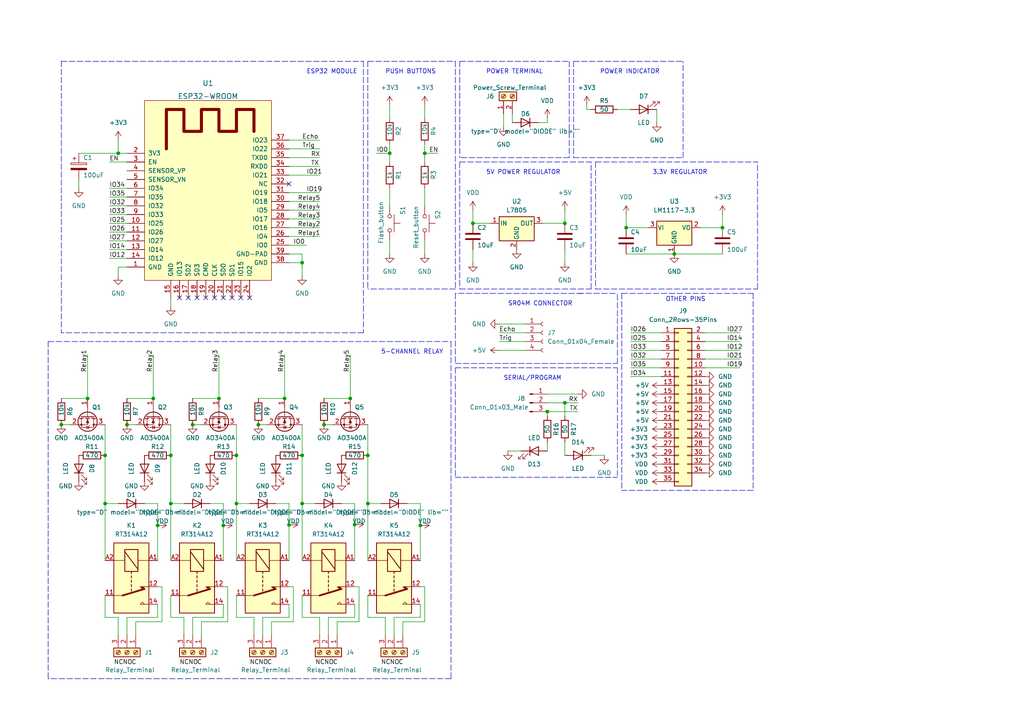
<source format=kicad_sch>
(kicad_sch (version 20211123) (generator eeschema)
  (paper "A4")
  (title_block (title "Smart Watering Project") (company "Author: Matevž Pivk"))
  (junction (at 55.88 123.19))
  (junction (at 181.61 66.04))
  (junction (at 82.55 115.57))
  (junction (at 25.4 115.57))
  (junction (at 49.53 132.08))
  (junction (at 45.72 152.4))
  (junction (at 64.77 152.4))
  (junction (at 163.83 116.84))
  (junction (at 163.83 64.77))
  (junction (at 30.48 132.08))
  (junction (at 44.45 115.57))
  (junction (at 102.87 152.155))
  (junction (at 195.58 73.66))
  (junction (at 106.68 132.08))
  (junction (at 74.93 123.19))
  (junction (at 123.19 44.45))
  (junction (at 87.63 132.08))
  (junction (at 30.48 146.05))
  (junction (at 101.6 115.57))
  (junction (at 113.03 44.45))
  (junction (at 68.58 146.05))
  (junction (at 137.16 64.77))
  (junction (at 121.92 152.4))
  (junction (at 36.83 123.19))
  (junction (at 87.63 76.2))
  (junction (at 83.82 152.2289))
  (junction (at 34.29 44.45))
  (junction (at 209.55 66.04))
  (junction (at 87.63 146.05))
  (junction (at 63.5 115.57))
  (junction (at 17.78 123.19))
  (junction (at 68.58 132.08))
  (junction (at 93.98 123.19))
  (junction (at 158.75 119.38))
  (junction (at 49.53 146.05))
  (junction (at 106.68 146.05))
  (no_connect (at 57.15 86.36))
  (no_connect (at 52.07 86.36))
  (no_connect (at 54.61 86.36))
  (no_connect (at 83.82 53.34))
  (no_connect (at 72.39 86.36))
  (no_connect (at 67.31 86.36))
  (no_connect (at 69.85 86.36))
  (no_connect (at 62.23 86.36))
  (no_connect (at 64.77 86.36))
  (no_connect (at 59.69 86.36))
  (wire (pts (xy 113.03 30.48) (xy 113.03 34.29)))
  (wire (pts (xy 64.77 170.18) (xy 66.04 170.18)))
  (polyline (pts (xy 106.68 17.78) (xy 132.08 17.78)))
  (wire (pts (xy 121.92 179.07) (xy 114.3 179.07)))
  (polyline (pts (xy 166.37 17.78) (xy 166.37 45.72)))
  (polyline (pts (xy 105.41 17.78) (xy 105.41 96.52)))
  (wire (pts (xy 113.03 54.61) (xy 113.03 59.69)))
  (wire (pts (xy 123.19 41.91) (xy 123.19 44.45)))
  (wire (pts (xy 170.18 30.48) (xy 170.18 31.75)))
  (wire (pts (xy 195.58 73.66) (xy 209.55 73.66)))
  (wire (pts (xy 204.47 99.06) (xy 214.63 99.06)))
  (wire (pts (xy 163.83 64.77) (xy 163.83 60.96)))
  (wire (pts (xy 22.86 52.07) (xy 22.86 54.61)))
  (polyline (pts (xy 132.08 105.41) (xy 179.07 105.41)))
  (wire (pts (xy 123.19 170.18) (xy 123.19 180.34)))
  (wire (pts (xy 123.19 30.48) (xy 123.19 34.29)))
  (wire (pts (xy 102.87 152.155) (xy 102.87 162.56)))
  (wire (pts (xy 204.47 104.14) (xy 214.63 104.14)))
  (wire (pts (xy 83.82 58.42) (xy 92.71 58.42)))
  (wire (pts (xy 83.82 43.18) (xy 92.71 43.18)))
  (wire (pts (xy 87.63 73.66) (xy 87.63 76.2)))
  (wire (pts (xy 158.75 119.38) (xy 158.75 120.65)))
  (wire (pts (xy 104.14 170.18) (xy 104.14 180.34)))
  (wire (pts (xy 158.75 119.38) (xy 167.64 119.38)))
  (wire (pts (xy 204.47 101.6) (xy 214.63 101.6)))
  (wire (pts (xy 102.87 146.05) (xy 102.87 152.155)))
  (wire (pts (xy 157.48 64.77) (xy 163.83 64.77)))
  (wire (pts (xy 137.16 76.2) (xy 137.16 72.39)))
  (wire (pts (xy 46.99 170.18) (xy 46.99 180.34)))
  (wire (pts (xy 204.47 106.68) (xy 214.63 106.68)))
  (wire (pts (xy 78.74 180.34) (xy 78.74 184.15)))
  (wire (pts (xy 31.75 57.15) (xy 36.83 57.15)))
  (wire (pts (xy 83.82 152.2289) (xy 83.82 162.56)))
  (wire (pts (xy 31.75 54.61) (xy 36.83 54.61)))
  (wire (pts (xy 87.63 179.07) (xy 92.71 179.07)))
  (wire (pts (xy 87.63 146.05) (xy 87.63 162.56)))
  (wire (pts (xy 63.5 102.87) (xy 63.5 115.57)))
  (polyline (pts (xy 132.08 106.68) (xy 179.07 106.68)))
  (wire (pts (xy 101.6 102.87) (xy 101.6 115.57)))
  (wire (pts (xy 31.75 64.77) (xy 36.83 64.77)))
  (wire (pts (xy 182.88 101.6) (xy 191.77 101.6)))
  (wire (pts (xy 45.72 162.56) (xy 45.72 152.4)))
  (wire (pts (xy 55.88 179.07) (xy 55.88 184.15)))
  (wire (pts (xy 55.88 115.57) (xy 63.5 115.57)))
  (wire (pts (xy 80.01 146.05) (xy 83.82 146.05)))
  (wire (pts (xy 64.77 179.07) (xy 55.88 179.07)))
  (wire (pts (xy 87.63 172.72) (xy 87.63 179.07)))
  (wire (pts (xy 31.75 69.85) (xy 36.83 69.85)))
  (wire (pts (xy 106.68 132.08) (xy 106.68 146.05)))
  (wire (pts (xy 55.88 123.19) (xy 58.42 123.19)))
  (wire (pts (xy 106.68 146.05) (xy 110.49 146.05)))
  (wire (pts (xy 76.2 179.07) (xy 76.2 184.15)))
  (wire (pts (xy 68.58 123.19) (xy 68.58 132.08)))
  (wire (pts (xy 64.77 162.56) (xy 64.77 152.4)))
  (wire (pts (xy 137.16 64.77) (xy 142.24 64.77)))
  (polyline (pts (xy 179.07 105.41) (xy 179.07 85.09)))
  (polyline (pts (xy 198.12 45.72) (xy 198.12 17.78)))
  (wire (pts (xy 31.75 62.23) (xy 36.83 62.23)))
  (wire (pts (xy 102.87 179.07) (xy 95.25 179.07)))
  (wire (pts (xy 92.71 179.07) (xy 92.71 184.15)))
  (wire (pts (xy 114.3 179.07) (xy 114.3 184.15)))
  (wire (pts (xy 121.92 152.4) (xy 121.92 162.56)))
  (wire (pts (xy 158.75 130.81) (xy 158.75 128.27)))
  (wire (pts (xy 68.58 146.05) (xy 72.39 146.05)))
  (wire (pts (xy 34.29 44.45) (xy 34.29 40.64)))
  (wire (pts (xy 36.83 115.57) (xy 44.45 115.57)))
  (wire (pts (xy 163.83 116.84) (xy 167.64 116.84)))
  (wire (pts (xy 102.87 175.26) (xy 102.87 179.07)))
  (wire (pts (xy 144.78 99.06) (xy 152.4 99.06)))
  (wire (pts (xy 83.82 45.72) (xy 92.71 45.72)))
  (wire (pts (xy 83.82 76.2) (xy 87.63 76.2)))
  (wire (pts (xy 144.78 93.98) (xy 152.4 93.98)))
  (wire (pts (xy 60.96 146.05) (xy 64.77 146.05)))
  (wire (pts (xy 30.48 146.05) (xy 34.29 146.05)))
  (wire (pts (xy 30.48 179.07) (xy 34.29 179.07)))
  (wire (pts (xy 30.48 132.08) (xy 30.48 146.05)))
  (wire (pts (xy 87.63 132.08) (xy 87.63 146.05)))
  (wire (pts (xy 30.48 123.19) (xy 30.48 132.08)))
  (wire (pts (xy 148.59 35.56) (xy 148.59 33.02)))
  (wire (pts (xy 181.61 66.04) (xy 181.61 62.23)))
  (wire (pts (xy 182.88 104.14) (xy 191.77 104.14)))
  (wire (pts (xy 118.11 146.05) (xy 121.92 146.05)))
  (wire (pts (xy 68.58 179.07) (xy 73.66 179.07)))
  (wire (pts (xy 83.82 179.07) (xy 76.2 179.07)))
  (wire (pts (xy 82.55 102.87) (xy 82.55 115.57)))
  (wire (pts (xy 106.68 123.19) (xy 106.68 132.08)))
  (polyline (pts (xy 133.35 46.99) (xy 133.35 83.82)))
  (polyline (pts (xy 172.72 46.99) (xy 172.72 83.82)))
  (wire (pts (xy 30.48 172.72) (xy 30.48 179.07)))
  (wire (pts (xy 163.83 116.84) (xy 163.83 120.65)))
  (polyline (pts (xy 165.1 17.78) (xy 165.1 45.72)))
  (wire (pts (xy 83.82 50.8) (xy 92.71 50.8)))
  (wire (pts (xy 49.53 123.19) (xy 49.53 132.08)))
  (wire (pts (xy 144.78 96.52) (xy 152.4 96.52)))
  (wire (pts (xy 36.83 179.07) (xy 36.83 184.15)))
  (wire (pts (xy 36.83 123.19) (xy 39.37 123.19)))
  (wire (pts (xy 158.75 35.56) (xy 158.75 34.29)))
  (wire (pts (xy 182.88 96.52) (xy 191.77 96.52)))
  (wire (pts (xy 123.19 69.85) (xy 123.19 73.66)))
  (wire (pts (xy 113.03 69.85) (xy 113.03 73.66)))
  (wire (pts (xy 22.86 44.45) (xy 34.29 44.45)))
  (wire (pts (xy 121.92 175.26) (xy 121.92 179.07)))
  (wire (pts (xy 87.63 146.05) (xy 91.44 146.05)))
  (wire (pts (xy 25.4 102.87) (xy 25.4 115.57)))
  (wire (pts (xy 111.76 179.07) (xy 111.76 184.15)))
  (wire (pts (xy 163.83 132.08) (xy 163.83 128.27)))
  (wire (pts (xy 137.16 64.77) (xy 137.16 60.96)))
  (wire (pts (xy 106.68 172.72) (xy 106.68 179.07)))
  (wire (pts (xy 68.58 172.72) (xy 68.58 179.07)))
  (wire (pts (xy 83.82 170.18) (xy 85.09 170.18)))
  (wire (pts (xy 116.84 180.34) (xy 116.84 184.15)))
  (wire (pts (xy 68.58 146.05) (xy 68.58 162.56)))
  (wire (pts (xy 171.45 132.08) (xy 175.26 132.08)))
  (polyline (pts (xy 166.37 17.78) (xy 198.12 17.78)))
  (wire (pts (xy 83.82 73.66) (xy 87.63 73.66)))
  (wire (pts (xy 45.72 170.18) (xy 46.99 170.18)))
  (wire (pts (xy 182.88 106.68) (xy 191.77 106.68)))
  (polyline (pts (xy 172.72 46.99) (xy 219.71 46.99)))
  (wire (pts (xy 83.82 55.88) (xy 92.71 55.88)))
  (wire (pts (xy 46.99 180.34) (xy 39.37 180.34)))
  (wire (pts (xy 93.98 123.19) (xy 96.52 123.19)))
  (wire (pts (xy 99.06 146.05) (xy 102.87 146.05)))
  (polyline (pts (xy 133.35 17.78) (xy 165.1 17.78)))
  (polyline (pts (xy 130.81 99.06) (xy 130.81 196.85)))
  (wire (pts (xy 49.53 162.56) (xy 49.53 146.05)))
  (wire (pts (xy 45.72 175.26) (xy 45.72 179.07)))
  (wire (pts (xy 106.68 146.05) (xy 106.68 162.56)))
  (wire (pts (xy 17.78 123.19) (xy 20.32 123.19)))
  (wire (pts (xy 109.22 44.45) (xy 113.03 44.45)))
  (polyline (pts (xy 172.72 83.82) (xy 219.71 83.82)))
  (wire (pts (xy 53.34 179.07) (xy 53.34 184.15)))
  (wire (pts (xy 83.82 71.12) (xy 88.9 71.12)))
  (wire (pts (xy 83.82 60.96) (xy 92.71 60.96)))
  (wire (pts (xy 187.96 66.04) (xy 181.61 66.04)))
  (polyline (pts (xy 218.44 142.24) (xy 180.34 142.24)))
  (wire (pts (xy 83.82 48.26) (xy 92.71 48.26)))
  (wire (pts (xy 31.75 67.31) (xy 36.83 67.31)))
  (wire (pts (xy 87.63 76.2) (xy 87.63 80.01)))
  (polyline (pts (xy 105.41 96.52) (xy 17.78 96.52)))
  (wire (pts (xy 113.03 44.45) (xy 113.03 46.99)))
  (wire (pts (xy 209.55 66.04) (xy 203.2 66.04)))
  (wire (pts (xy 182.88 109.22) (xy 191.77 109.22)))
  (wire (pts (xy 31.75 74.93) (xy 36.83 74.93)))
  (wire (pts (xy 68.58 132.08) (xy 68.58 146.05)))
  (polyline (pts (xy 133.35 17.78) (xy 133.35 45.72)))
  (wire (pts (xy 156.21 35.56) (xy 158.75 35.56)))
  (polyline (pts (xy 132.08 17.78) (xy 132.08 83.82)))
  (wire (pts (xy 121.92 146.05) (xy 121.92 152.4)))
  (wire (pts (xy 34.29 77.47) (xy 34.29 80.01)))
  (wire (pts (xy 30.48 146.05) (xy 30.48 162.56)))
  (wire (pts (xy 182.88 99.06) (xy 191.77 99.06)))
  (wire (pts (xy 121.92 170.18) (xy 123.19 170.18)))
  (wire (pts (xy 36.83 44.45) (xy 34.29 44.45)))
  (wire (pts (xy 179.07 31.75) (xy 182.88 31.75)))
  (wire (pts (xy 97.79 180.34) (xy 97.79 184.15)))
  (wire (pts (xy 83.82 66.04) (xy 92.71 66.04)))
  (wire (pts (xy 95.25 179.07) (xy 95.25 184.15)))
  (wire (pts (xy 66.04 180.34) (xy 58.42 180.34)))
  (polyline (pts (xy 130.81 196.85) (xy 13.97 196.85)))
  (wire (pts (xy 31.75 72.39) (xy 36.83 72.39)))
  (wire (pts (xy 45.72 146.05) (xy 45.72 152.4)))
  (wire (pts (xy 74.93 123.19) (xy 77.47 123.19)))
  (polyline (pts (xy 218.44 85.09) (xy 218.44 142.24)))
  (wire (pts (xy 113.03 41.91) (xy 113.03 44.45)))
  (wire (pts (xy 83.82 146.05) (xy 83.82 152.2289)))
  (wire (pts (xy 190.5 31.75) (xy 190.5 35.56)))
  (polyline (pts (xy 179.07 106.68) (xy 179.07 138.43)))
  (polyline (pts (xy 219.71 83.82) (xy 219.71 46.99)))
  (polyline (pts (xy 132.08 85.09) (xy 132.08 105.41)))
  (wire (pts (xy 83.82 63.5) (xy 92.71 63.5)))
  (wire (pts (xy 146.05 33.02) (xy 146.05 36.83)))
  (wire (pts (xy 64.77 175.26) (xy 64.77 179.07)))
  (polyline (pts (xy 165.1 45.72) (xy 133.35 45.72)))
  (wire (pts (xy 73.66 179.07) (xy 73.66 184.15)))
  (polyline (pts (xy 132.08 106.68) (xy 132.08 138.43)))
  (wire (pts (xy 74.93 115.57) (xy 82.55 115.57)))
  (wire (pts (xy 158.75 116.84) (xy 163.83 116.84)))
  (polyline (pts (xy 17.78 17.78) (xy 105.41 17.78)))
  (wire (pts (xy 87.63 123.19) (xy 87.63 132.08)))
  (wire (pts (xy 39.37 180.34) (xy 39.37 184.15)))
  (wire (pts (xy 66.04 170.18) (xy 66.04 180.34)))
  (wire (pts (xy 17.78 115.57) (xy 25.4 115.57)))
  (wire (pts (xy 106.68 179.07) (xy 111.76 179.07)))
  (wire (pts (xy 49.53 86.36) (xy 49.53 88.9)))
  (wire (pts (xy 209.55 62.23) (xy 209.55 66.04)))
  (wire (pts (xy 31.75 59.69) (xy 36.83 59.69)))
  (wire (pts (xy 104.14 180.34) (xy 97.79 180.34)))
  (polyline (pts (xy 17.78 17.78) (xy 17.78 96.52)))
  (wire (pts (xy 83.82 40.64) (xy 92.71 40.64)))
  (polyline (pts (xy 106.68 17.78) (xy 106.68 83.82)))
  (polyline (pts (xy 13.97 99.06) (xy 13.97 196.85)))
  (wire (pts (xy 144.78 101.6) (xy 152.4 101.6)))
  (wire (pts (xy 49.53 146.05) (xy 53.34 146.05)))
  (wire (pts (xy 31.75 46.99) (xy 36.83 46.99)))
  (wire (pts (xy 64.77 146.05) (xy 64.77 152.4)))
  (wire (pts (xy 123.19 44.45) (xy 123.19 46.99)))
  (wire (pts (xy 147.32 130.81) (xy 151.13 130.81)))
  (wire (pts (xy 45.72 179.07) (xy 36.83 179.07)))
  (wire (pts (xy 34.29 179.07) (xy 34.29 184.15)))
  (polyline (pts (xy 132.08 83.82) (xy 106.68 83.82)))
  (wire (pts (xy 158.75 114.3) (xy 167.64 114.3)))
  (polyline (pts (xy 133.35 83.82) (xy 171.45 83.82)))
  (wire (pts (xy 49.53 172.72) (xy 49.53 179.07)))
  (polyline (pts (xy 171.45 83.82) (xy 171.45 46.99)))
  (polyline (pts (xy 168.91 85.09) (xy 132.08 85.09)))
  (polyline (pts (xy 166.37 45.72) (xy 198.12 45.72)))
  (wire (pts (xy 44.45 102.87) (xy 44.45 115.57)))
  (wire (pts (xy 181.61 73.66) (xy 195.58 73.66)))
  (wire (pts (xy 123.19 180.34) (xy 116.84 180.34)))
  (wire (pts (xy 123.19 54.61) (xy 123.19 59.69)))
  (wire (pts (xy 83.82 68.58) (xy 92.71 68.58)))
  (wire (pts (xy 36.83 77.47) (xy 34.29 77.47)))
  (polyline (pts (xy 133.35 46.99) (xy 171.45 46.99)))
  (wire (pts (xy 85.09 170.18) (xy 85.09 180.34)))
  (wire (pts (xy 123.19 44.45) (xy 127 44.45)))
  (polyline (pts (xy 167.64 85.09) (xy 179.07 85.09)))
  (polyline (pts (xy 180.34 85.09) (xy 180.34 142.24)))
  (wire (pts (xy 49.53 179.07) (xy 53.34 179.07)))
  (wire (pts (xy 58.42 180.34) (xy 58.42 184.15)))
  (wire (pts (xy 49.53 132.08) (xy 49.53 146.05)))
  (wire (pts (xy 83.82 175.26) (xy 83.82 179.07)))
  (wire (pts (xy 85.09 180.34) (xy 78.74 180.34)))
  (wire (pts (xy 204.47 96.52) (xy 214.63 96.52)))
  (polyline (pts (xy 180.34 85.09) (xy 218.44 85.09)))
  (wire (pts (xy 41.91 146.05) (xy 45.72 146.05)))
  (wire (pts (xy 163.83 72.39) (xy 163.83 76.2)))
  (wire (pts (xy 93.98 115.57) (xy 101.6 115.57)))
  (polyline (pts (xy 132.08 138.43) (xy 179.07 138.43)))
  (wire (pts (xy 102.87 170.18) (xy 104.14 170.18)))
  (wire (pts (xy 170.18 31.75) (xy 171.45 31.75)))
  (polyline (pts (xy 13.97 99.06) (xy 130.81 99.06)))
  (text "5V POWER REGULATOR\n" (at 140.97 50.8 0) (effects (font (size 1.27 1.27)) (justify left bottom)))
  (text "POWER TERMINAL\n" (at 140.97 21.59 0) (effects (font (size 1.27 1.27)) (justify left bottom)))
  (text "5-CHANNEL RELAY" (at 110.49 102.87 0) (effects (font (size 1.27 1.27)) (justify left bottom)))
  (text "POWER INDICATOR\n" (at 173.99 21.59 0) (effects (font (size 1.27 1.27)) (justify left bottom)))
  (text "SR04M CONNECTOR\n" (at 147.32 88.9 0) (effects (font (size 1.27 1.27)) (justify left bottom)))
  (text "3.3V REGULATOR" (at 189.23 50.8 0) (effects (font (size 1.27 1.27)) (justify left bottom)))
  (text "SERIAL/PROGRAM" (at 146.05 110.49 0) (effects (font (size 1.27 1.27)) (justify left bottom)))
  (text "PUSH BUTTONS" (at 111.76 21.59 0) (effects (font (size 1.27 1.27)) (justify left bottom)))
  (text "OTHER PINS" (at 193.04 87.63 0) (effects (font (size 1.27 1.27)) (justify left bottom)))
  (text "ESP32 MODULE\n" (at 88.9 21.59 0) (effects (font (size 1.27 1.27)) (justify left bottom)))
  (label "C" (at 96.52 193.04 0))
  (label "IO12" (at 210.82 101.6 0))
  (label "RX" (at 164.9322 116.84 0))
  (label "IO32" (at 182.88 104.14 0))
  (label "Relay1" (at 25.4 107.95 90))
  (label "NC" (at 52.07 193.04 0))
  (label "IO25" (at 182.88 99.06 0))
  (label "Relay4" (at 86.36 60.96 0))
  (label "C" (at 77.47 193.04 0))
  (label "Echo" (at 87.63 40.64 0))
  (label "IO26" (at 31.75 67.31 0))
  (label "C" (at 115.57 193.04 0))
  (label "Relay2" (at 44.45 107.95 90))
  (label "Relay5" (at 101.6 107.95 90))
  (label "Trig" (at 144.78 99.06 0))
  (label "IO14" (at 210.82 99.06 0))
  (label "IO19" (at 88.9 55.88 0))
  (label "RX" (at 90.17 45.72 0))
  (label "Trig" (at 87.63 43.18 0))
  (label "IO27" (at 210.82 96.52 0))
  (label "IO27" (at 31.75 69.85 0))
  (label "TX" (at 165.1467 119.38 0))
  (label "IO35" (at 182.88 106.68 0))
  (label "EN" (at 124.46 44.45 0))
  (label "IO33" (at 182.88 101.6 0))
  (label "NC" (at 33.02 193.04 0))
  (label "EN" (at 31.75 46.99 0))
  (label "NC" (at 91.44 193.04 0))
  (label "C" (at 38.1 193.04 0))
  (label "IO32" (at 31.75 59.69 0))
  (label "IO0" (at 109.22 44.45 0))
  (label "IO21" (at 210.82 104.14 0))
  (label "Echo" (at 144.78 96.52 0))
  (label "IO34" (at 31.75 54.61 0))
  (label "NO" (at 54.61 193.04 0))
  (label "IO26" (at 182.88 96.52 0))
  (label "IO0" (at 85.09 71.12 0))
  (label "IO21" (at 88.9 50.8 0))
  (label "IO35" (at 31.75 57.15 0))
  (label "TX" (at 90.17 48.26 0))
  (label "NO" (at 93.98 193.04 0))
  (label "Relay3" (at 63.5 107.95 90))
  (label "Relay1" (at 86.36 68.58 0))
  (label "NO" (at 113.03 193.04 0))
  (label "NO" (at 74.93 193.04 0))
  (label "C" (at 57.15 193.04 0))
  (label "Relay5" (at 86.36 58.42 0))
  (label "Relay2" (at 86.36 66.04 0))
  (label "IO14" (at 31.75 72.39 0))
  (label "IO12" (at 31.75 74.93 0))
  (label "NO" (at 35.56 193.04 0))
  (label "IO34" (at 182.88 109.22 0))
  (label "IO19" (at 210.82 106.68 0))
  (label "Relay3" (at 86.36 63.5 0))
  (label "NC" (at 72.39 193.04 0))
  (label "NC" (at 110.49 193.04 0))
  (label "Relay4" (at 82.55 107.95 90))
  (label "IO33" (at 31.75 62.23 0))
  (label "IO25" (at 31.75 64.77 0))
  (symbol (lib_id "power:GND") (at 204.47 129.54 90) (unit 1)
    (property "Reference" "#PWR0127" (effects hide))
    (property "Value" "GND" (at 208.28 129.5399 90) (effects (justify right)))
  )
  (symbol (lib_id "power:+3.3V") (at 113.03 30.48 0) (unit 1)
    (property "Reference" "#PWR015" (effects hide))
    (property "Value" "+3.3V" (at 113.03 25.4 0))
  )
  (symbol (lib_id "Device:LED") (at 22.86 135.89 90) (unit 1)
    (property "Reference" "D8" (at 26.67 135.89 0))
    (property "Value" "LED" (at 19.05 135.89 0))
    (property "Footprint" "LED_SMD:LED_0805_2012Metric_Pad1.15x1.40mm_HandSolder" (effects hide))
  )
  (symbol (lib_id "Device:R") (at 74.93 119.38 0) (unit 1)
    (property "Reference" "R9" (at 77.47 120.65 90) (effects (justify left)))
    (property "Value" "10k" (at 74.93 120.65 90) (effects (justify left)))
    (property "Footprint" "Resistor_SMD:R_0805_2012Metric_Pad1.20x1.40mm_HandSolder" (effects hide))
  )
  (symbol (lib_id "power:VDD") (at 191.77 139.7 90) (unit 1)
    (property "Reference" "#PWR0112" (effects hide))
    (property "Value" "VDD" (at 184.15 139.7 90) (effects (justify right)))
  )
  (symbol (lib_id "Device:C_Polarized") (at 22.86 48.26 0) (unit 1)
    (property "Reference" "C1" (at 24.13 45.72 0) (effects (justify left)))
    (property "Value" "100uF" (at 24.13 50.8 0) (effects (justify left)))
    (property "Footprint" "Capacitor_THT:CP_Radial_D6.3mm_P2.50mm" (effects hide))
  )
  (symbol (lib_id "power:GND") (at 80.01 139.7 0) (unit 1)
    (property "Reference" "#PWR0107" (effects hide))
    (property "Value" "GND" (at 76.2 140.97 0))
  )
  (symbol (lib_id "Device:R") (at 83.82 132.08 270) (unit 1)
    (property "Reference" "R14" (at 83.82 129.54 90))
    (property "Value" "470" (at 83.82 132.08 90))
    (property "Footprint" "Resistor_SMD:R_0805_2012Metric_Pad1.20x1.40mm_HandSolder" (effects hide))
  )
  (symbol (lib_id "Device:LED") (at 186.69 31.75 180) (unit 1)
    (property "Reference" "D7" (at 186.69 27.94 0))
    (property "Value" "LED" (at 186.69 35.56 0))
    (property "Footprint" "LED_SMD:LED_0805_2012Metric_Pad1.15x1.40mm_HandSolder" (effects hide))
  )
  (symbol (lib_id "power:GND") (at 74.93 123.19 0) (unit 1)
    (property "Reference" "#PWR010" (effects hide))
    (property "Value" "GND" (at 74.93 127 0))
  )
  (symbol (lib_id "power:+3.3V") (at 191.77 124.46 90) (unit 1)
    (property "Reference" "#PWR0121" (effects hide))
    (property "Value" "+3.3V" (at 187.96 124.4599 90) (effects (justify left)))
  )
  (symbol (lib_id "Connector:Screw_Terminal_01x03") (at 36.83 189.23 270) (unit 1)
    (property "Reference" "J1" (at 41.91 189.23 90) (effects (justify left)))
    (property "Value" "Relay_Terminal" (at 30.48 194.31 90) (effects (justify left)))
    (property "Footprint" "TerminalBlock_Phoenix:TerminalBlock_Phoenix_MPT-0,5-3-2.54_1x03_P2.54mm_Horizontal" (effects hide))
  )
  (symbol (lib_id "power:GND") (at 175.26 132.08 0) (unit 1)
    (property "Reference" "#PWR0110" (effects hide))
    (property "Value" "GND" (at 175.26 137.16 0))
  )
  (symbol (lib_id "Device:R") (at 93.98 119.38 0) (unit 1)
    (property "Reference" "R10" (at 96.52 120.65 90) (effects (justify left)))
    (property "Value" "10k" (at 93.98 120.65 90) (effects (justify left)))
    (property "Footprint" "Resistor_SMD:R_0805_2012Metric_Pad1.20x1.40mm_HandSolder" (effects hide))
  )
  (symbol (lib_id "power:GND") (at 204.47 134.62 90) (unit 1)
    (property "Reference" "#PWR0129" (effects hide))
    (property "Value" "GND" (at 208.28 134.6199 90) (effects (justify right)))
  )
  (symbol (lib_id "Device:LED") (at 60.96 135.89 90) (unit 1)
    (property "Reference" "D10" (at 64.77 135.89 0))
    (property "Value" "LED" (at 57.15 135.89 0))
    (property "Footprint" "LED_SMD:LED_0805_2012Metric_Pad1.15x1.40mm_HandSolder" (effects hide))
  )
  (symbol (lib_id "power:GND") (at 36.83 123.19 0) (unit 1)
    (property "Reference" "#PWR05" (effects hide))
    (property "Value" "GND" (at 36.83 127 0))
  )
  (symbol (lib_id "Connector:Conn_01x03_Male") (at 153.67 116.84 0) (unit 1)
    (property "Reference" "J8" (at 151.13 115.57 0))
    (property "Value" "Conn_01x03_Male" (at 144.78 118.11 0))
    (property "Footprint" "Connector_PinHeader_2.54mm:PinHeader_1x03_P2.54mm_Vertical" (effects hide))
  )
  (symbol (lib_id "Simulation_SPICE:DIODE") (at 152.4 35.56 0) (unit 1)
    (property "Reference" "D6" (at 152.4 33.02 0))
    (property "Value" "DIODE" (at 152.4 38.1 0))
    (property "Footprint" "Diode_SMD:D_SMA_Handsoldering" (effects hide))
    (property "Spice_Netlist_Enabled" "Y" (effects hide))
    (property "Spice_Primitive" "D" (effects hide))
  )
  (symbol (lib_id "power:+5V") (at 191.77 119.38 90) (unit 1)
    (property "Reference" "#PWR0117" (effects hide))
    (property "Value" "+5V" (at 184.15 119.38 90) (effects (justify right)))
  )
  (symbol (lib_id "power:+3.3V") (at 170.18 30.48 0) (unit 1)
    (property "Reference" "#PWR027" (effects hide))
    (property "Value" "+3.3V" (at 170.18 25.4 0))
  )
  (symbol (lib_id "Transistor_FET:AO3400A") (at 44.45 120.65 270) (unit 1)
    (property "Reference" "Q2" (at 45.72 118.11 90) (effects (justify left)))
    (property "Value" "AO3400A" (at 40.64 127 90) (effects (justify left)))
    (property "Footprint" "Package_TO_SOT_SMD:SOT-23" (effects hide))
    (property "Datasheet" "http://www.aosmd.com/pdfs/datasheet/AO3400A.pdf" (effects hide))
  )
  (symbol (lib_id "power:GND") (at 123.19 73.66 0) (unit 1)
    (property "Reference" "#PWR019" (effects hide))
    (property "Value" "GND" (at 123.19 78.74 0))
  )
  (symbol (lib_id "Device:C") (at 209.55 69.85 0) (unit 1)
    (property "Reference" "C5" (at 210.82 67.31 0) (effects (justify left)))
    (property "Value" "100uF" (at 210.82 72.39 0) (effects (justify left)))
    (property "Footprint" "Capacitor_SMD:C_0805_2012Metric_Pad1.18x1.45mm_HandSolder" (effects hide))
  )
  (symbol (lib_id "Transistor_FET:AO3400A") (at 82.55 120.65 270) (unit 1)
    (property "Reference" "Q4" (at 83.82 118.11 90) (effects (justify left)))
    (property "Value" "AO3400A" (at 78.74 127 90) (effects (justify left)))
    (property "Footprint" "Package_TO_SOT_SMD:SOT-23" (effects hide))
    (property "Datasheet" "http://www.aosmd.com/pdfs/datasheet/AO3400A.pdf" (effects hide))
  )
  (symbol (lib_id "power:GND") (at 204.47 119.38 90) (unit 1)
    (property "Reference" "#PWR0131" (effects hide))
    (property "Value" "GND" (at 208.28 119.3799 90) (effects (justify right)))
  )
  (symbol (lib_id "power:GND") (at 22.86 139.7 0) (unit 1)
    (property "Reference" "#PWR0105" (effects hide))
    (property "Value" "GND" (at 19.05 140.97 0))
  )
  (symbol (lib_id "Relay:RT314A12") (at 76.2 167.64 270) (unit 1)
    (property "Reference" "K3" (at 76.2 152.4 90))
    (property "Value" "RT314A12" (at 76.2 154.94 90))
    (property "Footprint" "Relay_THT:Relay_SPDT_Schrack-RT1-16A-FormC_RM5mm" (effects hide))
    (property "Datasheet" "https://www.te.com/commerce/DocumentDelivery/DDEController?Action=srchrtrv&DocNm=RT1_bistable&DocType=DS&DocLang=English" (effects hide))
  )
  (symbol (lib_id "Device:R") (at 17.78 119.38 0) (unit 1)
    (property "Reference" "R6" (at 20.32 120.65 90) (effects (justify left)))
    (property "Value" "10k" (at 17.78 120.65 90) (effects (justify left)))
    (property "Footprint" "Resistor_SMD:R_0805_2012Metric_Pad1.20x1.40mm_HandSolder" (effects hide))
  )
  (symbol (lib_id "Simulation_SPICE:DIODE") (at 95.25 146.05 0) (unit 1)
    (property "Reference" "D4" (at 95.25 143.51 0))
    (property "Value" "DIODE" (at 95.25 148.59 0))
    (property "Footprint" "Diode_SMD:D_SMA_Handsoldering" (effects hide))
    (property "Spice_Netlist_Enabled" "Y" (effects hide))
    (property "Spice_Primitive" "D" (effects hide))
  )
  (symbol (lib_id "Device:C") (at 163.83 68.58 0) (unit 1)
    (property "Reference" "C3" (at 165.1 66.04 0) (effects (justify left)))
    (property "Value" "10uF" (at 165.1 71.12 0) (effects (justify left)))
    (property "Footprint" "Capacitor_SMD:C_0805_2012Metric_Pad1.18x1.45mm_HandSolder" (effects hide))
  )
  (symbol (lib_id "ESP32-footprints-Shem-Lib:ESP32-WROOM") (at 60.96 59.69 0) (unit 1)
    (property "Reference" "U1" (at 60.325 24.13 0) (effects (font (size 1.524 1.524))))
    (property "Value" "ESP32-WROOM" (at 60.325 27.94 0) (effects (font (size 1.524 1.524))))
    (property "Footprint" "ESP32-footprints-Lib:ESP32-WROOM" (effects hide))
  )
  (symbol (lib_id "power:VDD") (at 158.75 34.29 0) (unit 1)
    (property "Reference" "#PWR024" (effects hide))
    (property "Value" "VDD" (at 158.75 29.21 0))
  )
  (symbol (lib_id "power:GND") (at 195.58 73.66 0) (unit 1)
    (property "Reference" "#PWR030" (effects hide))
    (property "Value" "GND" (at 195.58 78.74 0))
  )
  (symbol (lib_id "power:GND") (at 113.03 73.66 0) (unit 1)
    (property "Reference" "#PWR016" (effects hide))
    (property "Value" "GND" (at 113.03 78.74 0))
  )
  (symbol (lib_id "Device:LED") (at 167.64 132.08 180) (unit 1)
    (property "Reference" "D14" (at 167.64 128.27 0))
    (property "Value" "LED" (at 167.64 135.89 0))
    (property "Footprint" "LED_SMD:LED_0805_2012Metric_Pad1.15x1.40mm_HandSolder" (effects hide))
  )
  (symbol (lib_id "Connector_Generic:Conn_2Rows-35Pins") (at 196.85 116.84 0) (unit 1)
    (property "Reference" "J9" (at 198.12 90.17 0))
    (property "Value" "Conn_2Rows-35Pins" (at 198.12 92.71 0))
    (property "Footprint" "Connector_PinHeader_2.54mm:PinHeader_2x18_P2.54mm_Vertical" (effects hide))
  )
  (symbol (lib_id "power:VDD") (at 45.72 152.4 270) (unit 1)
    (property "Reference" "#PWR06" (effects hide))
    (property "Value" "VDD" (at 46.99 151.13 90))
  )
  (symbol (lib_id "power:VDD") (at 83.82 152.2289 270) (unit 1)
    (property "Reference" "#PWR011" (effects hide))
    (property "Value" "VDD" (at 85.09 151.13 90))
  )
  (symbol (lib_id "power:VDD") (at 191.77 134.62 90) (unit 1)
    (property "Reference" "#PWR0123" (effects hide))
    (property "Value" "VDD" (at 184.15 134.62 90) (effects (justify right)))
  )
  (symbol (lib_id "Connector:Screw_Terminal_01x03") (at 114.3 189.23 270) (unit 1)
    (property "Reference" "J5" (at 119.38 189.23 90) (effects (justify left)))
    (property "Value" "Relay_Terminal" (at 107.95 194.31 90) (effects (justify left)))
    (property "Footprint" "TerminalBlock_Phoenix:TerminalBlock_Phoenix_MPT-0,5-3-2.54_1x03_P2.54mm_Horizontal" (effects hide))
  )
  (symbol (lib_id "power:+3.3V") (at 34.29 40.64 0) (unit 1)
    (property "Reference" "#PWR03" (effects hide))
    (property "Value" "+3.3V" (at 34.29 35.56 0))
  )
  (symbol (lib_id "Device:R") (at 175.26 31.75 90) (unit 1)
    (property "Reference" "R5" (at 175.26 29.21 90))
    (property "Value" "50" (at 175.26 31.75 90))
    (property "Footprint" "Resistor_SMD:R_0805_2012Metric_Pad1.20x1.40mm_HandSolder" (effects hide))
  )
  (symbol (lib_id "Transistor_FET:AO3400A") (at 63.5 120.65 270) (unit 1)
    (property "Reference" "Q3" (at 64.77 118.11 90) (effects (justify left)))
    (property "Value" "AO3400A" (at 59.69 127 90) (effects (justify left)))
    (property "Footprint" "Package_TO_SOT_SMD:SOT-23" (effects hide))
    (property "Datasheet" "http://www.aosmd.com/pdfs/datasheet/AO3400A.pdf" (effects hide))
  )
  (symbol (lib_id "power:GND") (at 204.47 127 90) (unit 1)
    (property "Reference" "#PWR0134" (effects hide))
    (property "Value" "GND" (at 208.28 126.9999 90) (effects (justify right)))
  )
  (symbol (lib_id "power:GND") (at 17.78 123.19 0) (unit 1)
    (property "Reference" "#PWR01" (effects hide))
    (property "Value" "GND" (at 17.78 127 0))
  )
  (symbol (lib_id "power:+5V") (at 191.77 111.76 90) (unit 1)
    (property "Reference" "#PWR0111" (effects hide))
    (property "Value" "+5V" (at 184.15 111.76 90) (effects (justify right)))
  )
  (symbol (lib_id "Relay:RT314A12") (at 114.3 167.64 270) (unit 1)
    (property "Reference" "K5" (at 114.3 152.4 90))
    (property "Value" "RT314A12" (at 114.3 154.94 90))
    (property "Footprint" "Relay_THT:Relay_SPDT_Schrack-RT1-16A-FormC_RM5mm" (effects hide))
    (property "Datasheet" "https://www.te.com/commerce/DocumentDelivery/DDEController?Action=srchrtrv&DocNm=RT1_bistable&DocType=DS&DocLang=English" (effects hide))
  )
  (symbol (lib_id "Device:R") (at 26.67 132.08 270) (unit 1)
    (property "Reference" "R11" (at 26.67 129.54 90))
    (property "Value" "470" (at 26.67 132.08 90))
    (property "Footprint" "Resistor_SMD:R_0805_2012Metric_Pad1.20x1.40mm_HandSolder" (effects hide))
  )
  (symbol (lib_id "Device:R") (at 123.19 50.8 0) (unit 1)
    (property "Reference" "R3" (at 125.7299 52.07 90) (effects (justify left)))
    (property "Value" "1k" (at 123.19 52.07 90) (effects (justify left)))
    (property "Footprint" "Resistor_SMD:R_0805_2012Metric_Pad1.20x1.40mm_HandSolder" (effects hide))
  )
  (symbol (lib_id "power:GND") (at 146.05 36.83 0) (unit 1)
    (property "Reference" "#PWR022" (effects hide))
    (property "Value" "GND" (at 146.05 41.91 0))
  )
  (symbol (lib_id "power:GND") (at 60.96 139.7 0) (unit 1)
    (property "Reference" "#PWR0106" (effects hide))
    (property "Value" "GND" (at 57.15 140.97 0))
  )
  (symbol (lib_id "Device:R") (at 36.83 119.38 0) (unit 1)
    (property "Reference" "R7" (at 39.37 120.65 90) (effects (justify left)))
    (property "Value" "10k" (at 36.83 120.65 90) (effects (justify left)))
    (property "Footprint" "Resistor_SMD:R_0805_2012Metric_Pad1.20x1.40mm_HandSolder" (effects hide))
  )
  (symbol (lib_id "Switch:SW_Push") (at 113.03 64.77 270) (unit 1)
    (property "Reference" "S1" (at 116.84 59.69 0) (effects (justify left)))
    (property "Value" "Flash_button" (at 110.49 58.42 0) (effects (justify left)))
    (property "Footprint" "Button_Switch_SMD:SW_SPST_SKQG_WithoutStem" (effects hide))
  )
  (symbol (lib_id "Device:R") (at 163.83 124.46 0) (unit 1)
    (property "Reference" "R17" (at 166.37 124.46 90))
    (property "Value" "50" (at 163.83 124.46 90))
    (property "Footprint" "Resistor_SMD:R_0805_2012Metric_Pad1.20x1.40mm_HandSolder" (effects hide))
  )
  (symbol (lib_id "power:GND") (at 204.47 124.46 90) (unit 1)
    (property "Reference" "#PWR0133" (effects hide))
    (property "Value" "GND" (at 208.28 124.4599 90) (effects (justify right)))
  )
  (symbol (lib_id "power:GND") (at 99.06 139.7 0) (unit 1)
    (property "Reference" "#PWR0108" (effects hide))
    (property "Value" "GND" (at 95.25 140.97 0))
  )
  (symbol (lib_id "Simulation_SPICE:DIODE") (at 38.1 146.05 0) (unit 1)
    (property "Reference" "D1" (at 38.1 143.51 0))
    (property "Value" "DIODE" (at 38.1 148.59 0))
    (property "Footprint" "Diode_SMD:D_SMA_Handsoldering" (effects hide))
    (property "Spice_Netlist_Enabled" "Y" (effects hide))
    (property "Spice_Primitive" "D" (effects hide))
  )
  (symbol (lib_id "Device:R") (at 113.03 38.1 0) (unit 1)
    (property "Reference" "R2" (at 115.57 39.37 90) (effects (justify left)))
    (property "Value" "10k" (at 113.03 39.37 90) (effects (justify left)))
    (property "Footprint" "Resistor_SMD:R_0805_2012Metric_Pad1.20x1.40mm_HandSolder" (effects hide))
  )
  (symbol (lib_id "Device:C") (at 137.16 68.58 0) (unit 1)
    (property "Reference" "C2" (at 138.43 66.04 0) (effects (justify left)))
    (property "Value" "10uF" (at 138.43 71.12 0) (effects (justify left)))
    (property "Footprint" "Capacitor_SMD:C_0805_2012Metric_Pad1.18x1.45mm_HandSolder" (effects hide))
  )
  (symbol (lib_id "power:GND") (at 93.98 123.19 0) (unit 1)
    (property "Reference" "#PWR013" (effects hide))
    (property "Value" "GND" (at 93.98 127 0))
  )
  (symbol (lib_id "Simulation_SPICE:DIODE") (at 57.15 146.05 0) (unit 1)
    (property "Reference" "D2" (at 57.15 143.51 0))
    (property "Value" "DIODE" (at 57.15 148.59 0))
    (property "Footprint" "Diode_SMD:D_SMA_Handsoldering" (effects hide))
    (property "Spice_Netlist_Enabled" "Y" (effects hide))
    (property "Spice_Primitive" "D" (effects hide))
  )
  (symbol (lib_id "Device:R") (at 64.77 132.08 270) (unit 1)
    (property "Reference" "R13" (at 64.77 129.54 90))
    (property "Value" "470" (at 64.77 132.08 90))
    (property "Footprint" "Resistor_SMD:R_0805_2012Metric_Pad1.20x1.40mm_HandSolder" (effects hide))
  )
  (symbol (lib_id "power:VDD") (at 102.87 152.155 270) (unit 1)
    (property "Reference" "#PWR014" (effects hide))
    (property "Value" "VDD" (at 104.14 151.13 90))
  )
  (symbol (lib_id "power:GND") (at 137.16 76.2 0) (unit 1)
    (property "Reference" "#PWR021" (effects hide))
    (property "Value" "GND" (at 137.16 81.28 0))
  )
  (symbol (lib_id "power:GND") (at 204.47 132.08 90) (unit 1)
    (property "Reference" "#PWR0128" (effects hide))
    (property "Value" "GND" (at 208.28 132.0799 90) (effects (justify right)))
  )
  (symbol (lib_id "Simulation_SPICE:DIODE") (at 114.3 146.05 0) (unit 1)
    (property "Reference" "D5" (at 114.3 143.51 0))
    (property "Value" "DIODE" (at 114.3 148.59 0))
    (property "Footprint" "Diode_SMD:D_SMA_Handsoldering" (effects hide))
    (property "Spice_Netlist_Enabled" "Y" (effects hide))
    (property "Spice_Primitive" "D" (effects hide))
  )
  (symbol (lib_id "power:+3.3V") (at 191.77 129.54 90) (unit 1)
    (property "Reference" "#PWR0125" (effects hide))
    (property "Value" "+3.3V" (at 187.96 129.5399 90) (effects (justify left)))
  )
  (symbol (lib_id "power:GND") (at 22.86 54.61 0) (unit 1)
    (property "Reference" "#PWR02" (effects hide))
    (property "Value" "GND" (at 22.86 59.69 0))
  )
  (symbol (lib_id "power:+3.3V") (at 123.19 30.48 0) (unit 1)
    (property "Reference" "#PWR018" (effects hide))
    (property "Value" "+3.3V" (at 123.19 25.4 0))
  )
  (symbol (lib_id "Device:R") (at 123.19 38.1 0) (unit 1)
    (property "Reference" "R4" (at 125.7299 39.37 90) (effects (justify left)))
    (property "Value" "10k" (at 123.19 39.37 90) (effects (justify left)))
    (property "Footprint" "Resistor_SMD:R_0805_2012Metric_Pad1.20x1.40mm_HandSolder" (effects hide))
  )
  (symbol (lib_id "Device:R") (at 113.03 50.8 0) (unit 1)
    (property "Reference" "R1" (at 115.5699 52.07 90) (effects (justify left)))
    (property "Value" "1k" (at 113.03 52.07 90) (effects (justify left)))
    (property "Footprint" "Resistor_SMD:R_0805_2012Metric_Pad1.20x1.40mm_HandSolder" (effects hide))
  )
  (symbol (lib_id "Device:R") (at 158.75 124.46 0) (unit 1)
    (property "Reference" "R16" (at 161.29 124.46 90))
    (property "Value" "50" (at 158.75 124.46 90))
    (property "Footprint" "Resistor_SMD:R_0805_2012Metric_Pad1.20x1.40mm_HandSolder" (effects hide))
  )
  (symbol (lib_id "Connector:Screw_Terminal_01x03") (at 55.88 189.23 270) (unit 1)
    (property "Reference" "J2" (at 60.96 189.23 90) (effects (justify left)))
    (property "Value" "Relay_Terminal" (at 49.53 194.31 90) (effects (justify left)))
    (property "Footprint" "TerminalBlock_Phoenix:TerminalBlock_Phoenix_MPT-0,5-3-2.54_1x03_P2.54mm_Horizontal" (effects hide))
  )
  (symbol (lib_id "Device:LED") (at 80.01 135.89 90) (unit 1)
    (property "Reference" "D11" (at 83.82 135.89 0))
    (property "Value" "LED" (at 76.2 135.89 0))
    (property "Footprint" "LED_SMD:LED_0805_2012Metric_Pad1.15x1.40mm_HandSolder" (effects hide))
  )
  (symbol (lib_id "power:GND") (at 204.47 109.22 90) (unit 1)
    (property "Reference" "#PWR0120" (effects hide))
    (property "Value" "GND" (at 208.28 109.2199 90) (effects (justify right)))
  )
  (symbol (lib_id "Device:LED") (at 99.06 135.89 90) (unit 1)
    (property "Reference" "D12" (at 102.87 135.89 0))
    (property "Value" "LED" (at 95.25 135.89 0))
    (property "Footprint" "LED_SMD:LED_0805_2012Metric_Pad1.15x1.40mm_HandSolder" (effects hide))
  )
  (symbol (lib_id "Relay:RT314A12") (at 95.25 167.64 270) (unit 1)
    (property "Reference" "K4" (at 95.25 152.4 90))
    (property "Value" "RT314A12" (at 95.25 154.94 90))
    (property "Footprint" "Relay_THT:Relay_SPDT_Schrack-RT1-16A-FormC_RM5mm" (effects hide))
    (property "Datasheet" "https://www.te.com/commerce/DocumentDelivery/DDEController?Action=srchrtrv&DocNm=RT1_bistable&DocType=DS&DocLang=English" (effects hide))
  )
  (symbol (lib_id "power:GND") (at 49.53 88.9 0) (unit 1)
    (property "Reference" "#PWR07" (effects hide))
    (property "Value" "GND" (at 49.53 93.98 0))
  )
  (symbol (lib_id "Connector:Conn_01x04_Female") (at 157.48 96.52 0) (unit 1)
    (property "Reference" "J7" (at 158.75 96.5199 0) (effects (justify left)))
    (property "Value" "Conn_01x04_Female" (at 158.75 99.0599 0) (effects (justify left)))
    (property "Footprint" "Connector_PinHeader_2.54mm:PinHeader_1x04_P2.54mm_Vertical" (effects hide))
  )
  (symbol (lib_id "power:GND") (at 147.32 130.81 0) (unit 1)
    (property "Reference" "#PWR0109" (effects hide))
    (property "Value" "GND" (at 147.32 135.89 0))
  )
  (symbol (lib_id "power:VDD") (at 137.16 60.96 0) (unit 1)
    (property "Reference" "#PWR020" (effects hide))
    (property "Value" "VDD" (at 137.16 55.88 0))
  )
  (symbol (lib_id "Device:R") (at 45.72 132.08 270) (unit 1)
    (property "Reference" "R12" (at 45.72 129.54 90))
    (property "Value" "470" (at 45.72 132.08 90))
    (property "Footprint" "Resistor_SMD:R_0805_2012Metric_Pad1.20x1.40mm_HandSolder" (effects hide))
  )
  (symbol (lib_id "power:+5V") (at 144.78 101.6 90) (unit 1)
    (property "Reference" "#PWR0102" (effects hide))
    (property "Value" "+5V" (at 140.97 101.5999 90) (effects (justify left)))
  )
  (symbol (lib_id "Connector:Screw_Terminal_01x03") (at 76.2 189.23 270) (unit 1)
    (property "Reference" "J3" (at 81.28 189.23 90) (effects (justify left)))
    (property "Value" "Relay_Terminal" (at 69.85 194.31 90) (effects (justify left)))
    (property "Footprint" "TerminalBlock_Phoenix:TerminalBlock_Phoenix_MPT-0,5-3-2.54_1x03_P2.54mm_Horizontal" (effects hide))
  )
  (symbol (lib_id "Device:C") (at 181.61 69.85 0) (unit 1)
    (property "Reference" "C4" (at 182.88 67.31 0) (effects (justify left)))
    (property "Value" "10uF" (at 182.88 72.39 0) (effects (justify left)))
    (property "Footprint" "Capacitor_SMD:C_0805_2012Metric_Pad1.18x1.45mm_HandSolder" (effects hide))
  )
  (symbol (lib_id "Device:R") (at 55.88 119.38 0) (unit 1)
    (property "Reference" "R8" (at 58.42 120.65 90) (effects (justify left)))
    (property "Value" "10k" (at 55.88 120.65 90) (effects (justify left)))
    (property "Footprint" "Resistor_SMD:R_0805_2012Metric_Pad1.20x1.40mm_HandSolder" (effects hide))
  )
  (symbol (lib_id "power:VDD") (at 64.77 152.4 270) (unit 1)
    (property "Reference" "#PWR09" (effects hide))
    (property "Value" "VDD" (at 66.04 151.13 90))
  )
  (symbol (lib_id "power:VDD") (at 181.61 62.23 0) (unit 1)
    (property "Reference" "#PWR0135" (effects hide))
    (property "Value" "VDD" (at 181.61 57.15 0))
  )
  (symbol (lib_id "power:GND") (at 87.63 80.01 0) (unit 1)
    (property "Reference" "#PWR012" (effects hide))
    (property "Value" "GND" (at 87.63 85.09 0))
  )
  (symbol (lib_id "power:+3.3V") (at 191.77 127 90) (unit 1)
    (property "Reference" "#PWR0122" (effects hide))
    (property "Value" "+3.3V" (at 187.96 126.9999 90) (effects (justify left)))
  )
  (symbol (lib_id "power:+5V") (at 191.77 116.84 90) (unit 1)
    (property "Reference" "#PWR0116" (effects hide))
    (property "Value" "+5V" (at 184.15 116.84 90) (effects (justify right)))
  )
  (symbol (lib_id "power:GND") (at 149.86 72.39 0) (unit 1)
    (property "Reference" "#PWR023" (effects hide))
    (property "Value" "GND" (at 149.86 77.47 0))
  )
  (symbol (lib_id "power:+5V") (at 191.77 114.3 90) (unit 1)
    (property "Reference" "#PWR0115" (effects hide))
    (property "Value" "+5V" (at 184.15 114.3 90) (effects (justify right)))
  )
  (symbol (lib_id "power:GND") (at 204.47 111.76 90) (unit 1)
    (property "Reference" "#PWR0119" (effects hide))
    (property "Value" "GND" (at 208.28 111.7599 90) (effects (justify right)))
  )
  (symbol (lib_id "Relay:RT314A12") (at 57.15 167.64 270) (unit 1)
    (property "Reference" "K2" (at 57.15 152.4 90))
    (property "Value" "RT314A12" (at 57.15 154.94 90))
    (property "Footprint" "Relay_THT:Relay_SPDT_Schrack-RT1-16A-FormC_RM5mm" (effects hide))
    (property "Datasheet" "https://www.te.com/commerce/DocumentDelivery/DDEController?Action=srchrtrv&DocNm=RT1_bistable&DocType=DS&DocLang=English" (effects hide))
  )
  (symbol (lib_id "power:VDD") (at 191.77 137.16 90) (unit 1)
    (property "Reference" "#PWR0126" (effects hide))
    (property "Value" "VDD" (at 184.15 137.16 90) (effects (justify right)))
  )
  (symbol (lib_id "power:+3.3V") (at 191.77 132.08 90) (unit 1)
    (property "Reference" "#PWR0124" (effects hide))
    (property "Value" "+3.3V" (at 187.96 132.0799 90) (effects (justify left)))
  )
  (symbol (lib_id "Connector:Screw_Terminal_01x02") (at 146.05 27.94 90) (unit 1)
    (property "Reference" "J6" (at 140.97 27.94 90) (effects (justify right)))
    (property "Value" "Power_Screw_Terminal" (at 137.16 25.4 90) (effects (justify right)))
    (property "Footprint" "TerminalBlock_Phoenix:TerminalBlock_Phoenix_MPT-0,5-2-2.54_1x02_P2.54mm_Horizontal" (effects hide))
  )
  (symbol (lib_id "power:+5V") (at 163.83 60.96 0) (unit 1)
    (property "Reference" "#PWR025" (effects hide))
    (property "Value" "+5V" (at 163.83 55.88 0))
  )
  (symbol (lib_id "power:GND") (at 55.88 123.19 0) (unit 1)
    (property "Reference" "#PWR08" (effects hide))
    (property "Value" "GND" (at 55.88 127 0))
  )
  (symbol (lib_id "Device:LED") (at 41.91 135.89 90) (unit 1)
    (property "Reference" "D9" (at 45.72 135.89 0))
    (property "Value" "LED" (at 38.1 135.89 0))
    (property "Footprint" "LED_SMD:LED_0805_2012Metric_Pad1.15x1.40mm_HandSolder" (effects hide))
  )
  (symbol (lib_id "Regulator_Linear:L7805") (at 149.86 64.77 0) (unit 1)
    (property "Reference" "U2" (at 149.86 58.42 0))
    (property "Value" "L7805" (at 149.86 60.96 0))
    (property "Footprint" "LM3940:SOT-223-3_TabPin2" (effects hide))
    (property "Datasheet" "http://www.st.com/content/ccc/resource/technical/document/datasheet/41/4f/b3/b0/12/d4/47/88/CD00000444.pdf/files/CD00000444.pdf/jcr:content/translations/en.CD00000444.pdf" (effects hide))
  )
  (symbol (lib_id "Connector:Screw_Terminal_01x03") (at 95.25 189.23 270) (unit 1)
    (property "Reference" "J4" (at 100.33 189.23 90) (effects (justify left)))
    (property "Value" "Relay_Terminal" (at 88.9 194.31 90) (effects (justify left)))
    (property "Footprint" "TerminalBlock_Phoenix:TerminalBlock_Phoenix_MPT-0,5-3-2.54_1x03_P2.54mm_Horizontal" (effects hide))
  )
  (symbol (lib_id "power:GND") (at 190.5 35.56 0) (unit 1)
    (property "Reference" "#PWR029" (effects hide))
    (property "Value" "GND" (at 190.5 40.64 0))
  )
  (symbol (lib_id "Transistor_FET:AO3400A") (at 25.4 120.65 270) (unit 1)
    (property "Reference" "Q1" (at 26.67 118.11 90) (effects (justify left)))
    (property "Value" "AO3400A" (at 21.59 127 90) (effects (justify left)))
    (property "Footprint" "Package_TO_SOT_SMD:SOT-23" (effects hide))
    (property "Datasheet" "http://www.aosmd.com/pdfs/datasheet/AO3400A.pdf" (effects hide))
  )
  (symbol (lib_id "Transistor_FET:AO3400A") (at 101.6 120.65 270) (unit 1)
    (property "Reference" "Q5" (at 102.87 118.11 90) (effects (justify left)))
    (property "Value" "AO3400A" (at 97.79 127 90) (effects (justify left)))
    (property "Footprint" "Package_TO_SOT_SMD:SOT-23" (effects hide))
    (property "Datasheet" "http://www.aosmd.com/pdfs/datasheet/AO3400A.pdf" (effects hide))
  )
  (symbol (lib_id "power:GND") (at 204.47 137.16 90) (unit 1)
    (property "Reference" "#PWR0113" (effects hide))
    (property "Value" "GND" (at 208.28 137.1599 90) (effects (justify right)))
  )
  (symbol (lib_id "power:VDD") (at 121.92 152.4 270) (unit 1)
    (property "Reference" "#PWR017" (effects hide))
    (property "Value" "VDD" (at 123.19 151.13 90))
  )
  (symbol (lib_id "power:GND") (at 144.78 93.98 270) (unit 1)
    (property "Reference" "#PWR0101" (effects hide))
    (property "Value" "GND" (at 140.97 93.9799 90) (effects (justify right)))
  )
  (symbol (lib_id "power:GND") (at 167.64 114.3 90) (unit 1)
    (property "Reference" "#PWR0103" (effects hide))
    (property "Value" "GND" (at 171.45 114.2999 90) (effects (justify right)))
  )
  (symbol (lib_id "Device:R") (at 102.87 132.08 270) (unit 1)
    (property "Reference" "R15" (at 102.87 129.54 90))
    (property "Value" "470" (at 102.87 132.08 90))
    (property "Footprint" "Resistor_SMD:R_0805_2012Metric_Pad1.20x1.40mm_HandSolder" (effects hide))
  )
  (symbol (lib_id "power:GND") (at 163.83 76.2 0) (unit 1)
    (property "Reference" "#PWR026" (effects hide))
    (property "Value" "GND" (at 163.83 81.28 0))
  )
  (symbol (lib_id "Relay:RT314A12") (at 38.1 167.64 270) (unit 1)
    (property "Reference" "K1" (at 38.1 152.4 90))
    (property "Value" "RT314A12" (at 38.1 154.94 90))
    (property "Footprint" "Relay_THT:Relay_SPDT_Schrack-RT1-16A-FormC_RM5mm" (effects hide))
    (property "Datasheet" "https://www.te.com/commerce/DocumentDelivery/DDEController?Action=srchrtrv&DocNm=RT1_bistable&DocType=DS&DocLang=English" (effects hide))
  )
  (symbol (lib_id "power:GND") (at 204.47 114.3 90) (unit 1)
    (property "Reference" "#PWR0114" (effects hide))
    (property "Value" "GND" (at 208.28 114.2999 90) (effects (justify right)))
  )
  (symbol (lib_id "power:GND") (at 41.91 139.7 0) (unit 1)
    (property "Reference" "#PWR0104" (effects hide))
    (property "Value" "GND" (at 38.1 140.97 0))
  )
  (symbol (lib_id "power:GND") (at 204.47 116.84 90) (unit 1)
    (property "Reference" "#PWR0130" (effects hide))
    (property "Value" "GND" (at 208.28 116.8399 90) (effects (justify right)))
  )
  (symbol (lib_id "Switch:SW_Push") (at 123.19 64.77 270) (unit 1)
    (property "Reference" "S2" (at 127 60.96 0) (effects (justify left)))
    (property "Value" "Reset_button" (at 120.65 59.69 0) (effects (justify left)))
    (property "Footprint" "Button_Switch_SMD:SW_SPST_SKQG_WithoutStem" (effects hide))
  )
  (symbol (lib_id "Simulation_SPICE:DIODE") (at 76.2 146.05 0) (unit 1)
    (property "Reference" "D3" (at 76.2 143.51 0))
    (property "Value" "DIODE" (at 76.2 148.59 0))
    (property "Footprint" "Diode_SMD:D_SMA_Handsoldering" (effects hide))
    (property "Spice_Netlist_Enabled" "Y" (effects hide))
    (property "Spice_Primitive" "D" (effects hide))
  )
  (symbol (lib_id "power:GND") (at 204.47 121.92 90) (unit 1)
    (property "Reference" "#PWR0132" (effects hide))
    (property "Value" "GND" (at 208.28 121.9199 90) (effects (justify right)))
  )
  (symbol (lib_id "Device:LED") (at 154.94 130.81 0) (unit 1)
    (property "Reference" "D13" (at 154.94 134.62 0))
    (property "Value" "LED" (at 154.94 127 0))
    (property "Footprint" "LED_SMD:LED_0805_2012Metric_Pad1.15x1.40mm_HandSolder" (effects hide))
  )
  (symbol (lib_id "power:+3.3V") (at 209.55 62.23 0) (unit 1)
    (property "Reference" "#PWR031" (effects hide))
    (property "Value" "+3.3V" (at 209.55 57.15 0))
  )
  (symbol (lib_id "Regulator_Linear:LM1117-3.3") (at 195.58 66.04 0) (unit 1)
    (property "Reference" "U3" (at 195.58 58.42 0))
    (property "Value" "LM1117-3.3" (at 195.58 60.96 0))
    (property "Footprint" "LM3940:SOT-223-3_TabPin2" (effects hide))
    (property "Datasheet" "http://www.ti.com/lit/ds/symlink/lm1117.pdf" (effects hide))
  )
  (symbol (lib_id "power:+5V") (at 191.77 121.92 90) (unit 1)
    (property "Reference" "#PWR0118" (effects hide))
    (property "Value" "+5V" (at 184.15 121.92 90) (effects (justify right)))
  )
  (symbol (lib_id "power:GND") (at 34.29 80.01 0) (unit 1)
    (property "Reference" "#PWR04" (effects hide))
    (property "Value" "GND" (at 34.29 85.09 0))
  )
)
</source>
